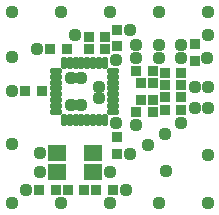
<source format=gts>
*%FSLAX24Y24*%
*%MOIN*%
G01*
%ADD11C,0.0010*%
%ADD12C,0.0030*%
%ADD13C,0.0043*%
%ADD14C,0.0050*%
%ADD15C,0.0060*%
%ADD16C,0.0070*%
%ADD17C,0.0073*%
%ADD18C,0.0080*%
%ADD19C,0.0100*%
%ADD20C,0.0110*%
%ADD21C,0.0150*%
%ADD22C,0.0200*%
%ADD23C,0.0250*%
%ADD24C,0.0300*%
%ADD25C,0.0360*%
%ADD26C,0.0440*%
%ADD27C,0.0600*%
%ADD28R,0.0300X0.0300*%
%ADD29R,0.0380X0.0380*%
%ADD30R,0.0551X0.0453*%
%ADD31R,0.0631X0.0533*%
%ADD32O,0.0118X0.0354*%
%ADD33O,0.0198X0.0434*%
%ADD34O,0.0354X0.0118*%
%ADD35O,0.0434X0.0198*%
D26*
X21680Y18640D02*
D03*
X19100Y18810D02*
D03*
X17240Y18650D02*
D03*
X21680Y13030D02*
D03*
X20040Y17870D02*
D03*
X19290D02*
D03*
Y15640D02*
D03*
X17110Y16300D02*
D03*
Y17210D02*
D03*
X15150Y16788D02*
D03*
X18430Y14060D02*
D03*
X16100Y14691D02*
D03*
X15981Y18168D02*
D03*
X18960Y13460D02*
D03*
X15630D02*
D03*
X17470Y16300D02*
D03*
Y17210D02*
D03*
X16100Y14060D02*
D03*
X20790Y15690D02*
D03*
X15150Y13030D02*
D03*
X20800Y17870D02*
D03*
X19100Y14680D02*
D03*
X18620Y17810D02*
D03*
Y15720D02*
D03*
X18060Y16550D02*
D03*
Y16910D02*
D03*
X19700Y14980D02*
D03*
X15150Y14990D02*
D03*
X18415Y19410D02*
D03*
X16782D02*
D03*
X20048D02*
D03*
X15150D02*
D03*
X21680D02*
D03*
X18415Y13030D02*
D03*
X16782D02*
D03*
X20048D02*
D03*
X21680Y14625D02*
D03*
X15150Y17920D02*
D03*
X21240Y16890D02*
D03*
X21680Y16220D02*
D03*
X20280Y14100D02*
D03*
X19290Y18320D02*
D03*
X20040D02*
D03*
X20800D02*
D03*
X21680Y16890D02*
D03*
X21240Y16220D02*
D03*
X20260Y15340D02*
D03*
X21670Y17870D02*
D03*
D29*
X18259Y18587D02*
D03*
X17709D02*
D03*
X18259Y18187D02*
D03*
X17709D02*
D03*
X20240Y16560D02*
D03*
X20790D02*
D03*
X18660Y18810D02*
D03*
X19290Y17430D02*
D03*
X15591Y16788D02*
D03*
X16428Y18168D02*
D03*
X20790Y16133D02*
D03*
X18520Y13460D02*
D03*
X21240Y18330D02*
D03*
X16070Y13460D02*
D03*
X19840Y16080D02*
D03*
X21240Y17780D02*
D03*
X20790Y17380D02*
D03*
Y16960D02*
D03*
X20240Y17380D02*
D03*
X18660Y18260D02*
D03*
X20240Y16960D02*
D03*
X19840Y17030D02*
D03*
Y17430D02*
D03*
X19440Y17030D02*
D03*
X19840Y16480D02*
D03*
X19440D02*
D03*
X19290Y16080D02*
D03*
X20240Y16133D02*
D03*
X16141Y16788D02*
D03*
X17570Y13460D02*
D03*
X17970D02*
D03*
X17020D02*
D03*
X16620D02*
D03*
X16978Y18168D02*
D03*
X18660Y15233D02*
D03*
Y14683D02*
D03*
D31*
X16670Y14691D02*
D03*
X17850Y14060D02*
D03*
Y14691D02*
D03*
X16670Y14060D02*
D03*
D33*
X16881Y17721D02*
D03*
X17668D02*
D03*
X17865D02*
D03*
X17078D02*
D03*
X17275D02*
D03*
X17472D02*
D03*
X18062D02*
D03*
X18259D02*
D03*
Y15799D02*
D03*
X17472D02*
D03*
X17275D02*
D03*
X18062D02*
D03*
X17865D02*
D03*
X17668D02*
D03*
X17078D02*
D03*
X16881D02*
D03*
D35*
X16609Y16071D02*
D03*
Y16858D02*
D03*
Y17055D02*
D03*
Y16268D02*
D03*
Y16465D02*
D03*
Y16662D02*
D03*
Y17252D02*
D03*
Y17449D02*
D03*
X18531D02*
D03*
Y16662D02*
D03*
Y16465D02*
D03*
Y17252D02*
D03*
Y17055D02*
D03*
Y16858D02*
D03*
Y16268D02*
D03*
Y16071D02*
D03*
M02*

</source>
